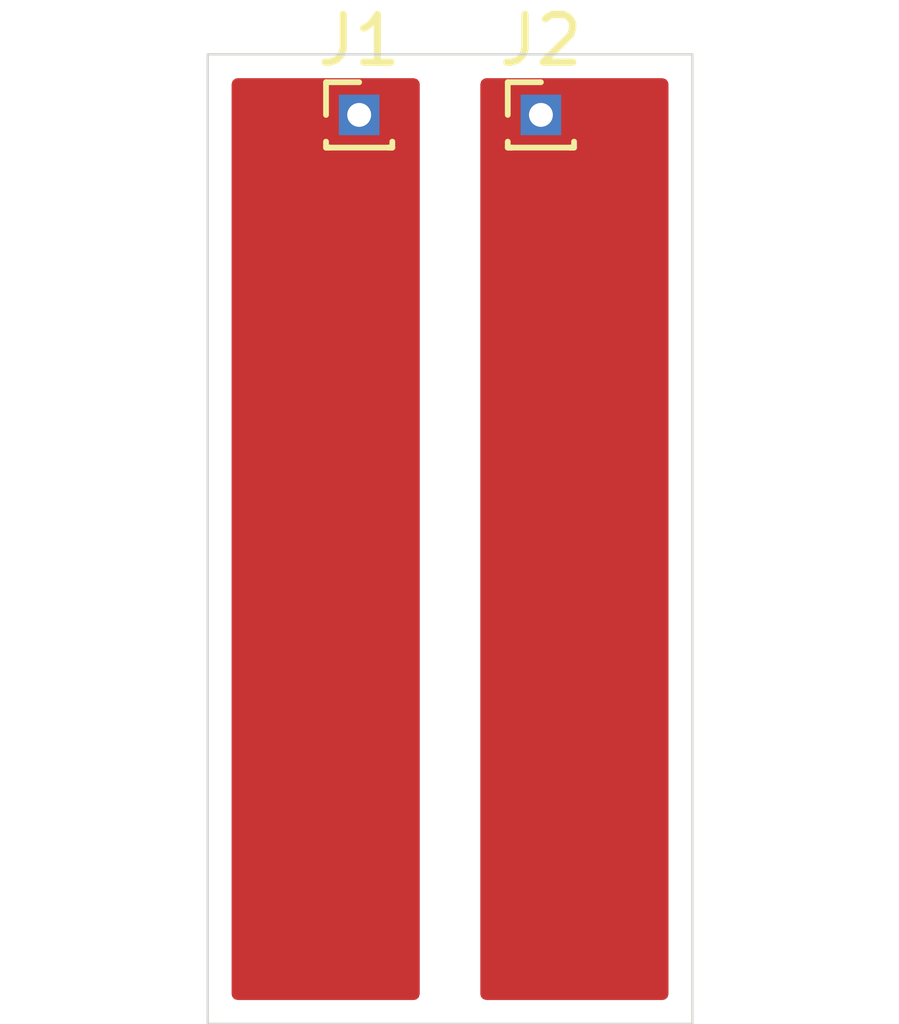
<source format=kicad_pcb>
(kicad_pcb (version 20240108) (generator "pcbnew") (generator_version "8.0")
  (layers (0 "F.Cu" signal) (31 "B.Cu" signal) (34 "B.Paste" user) (35 "F.Paste" user) (36 "B.SilkS" user "B.Silkscreen") (37 "F.SilkS" user "F.Silkscreen") (38 "B.Mask" user) (39 "F.Mask" user) (44 "Edge.Cuts" user))
  (net 0 "")
  (net 1 "/Sense")
  (net 2 "/Gnd")
  (footprint "Connector_PinHeader_1.00mm:PinHeader_1x01_P1.00mm_Vertical" (layer "F.Cu") (at 86.995 57.15)
    (property "Reference" "J2" (at 0 -1.56 0) (layer "F.SilkS"))
    (property "Value" "Conn_01x01_Socket")
    (fp_line (start -0.695 -0.685) (end 0 -0.685) (stroke (width 0.12)) (layer "F.SilkS"))
    (fp_line (start -0.695 0) (end -0.695 -0.685) (stroke (width 0.12)) (layer "F.SilkS"))
    (fp_line (start -0.695 0.685) (end -0.695 0.56) (stroke (width 0.12)) (layer "F.SilkS"))
    (fp_line (start -0.695 0.685) (end -0.608276 0.685) (stroke (width 0.12)) (layer "F.SilkS"))
    (fp_line (start -0.695 0.685) (end 0.695 0.685) (stroke (width 0.12)) (layer "F.SilkS"))
    (fp_line (start 0.608276 0.685) (end 0.695 0.685) (stroke (width 0.12)) (layer "F.SilkS"))
    (fp_line (start 0.695 0.685) (end 0.695 0.56) (stroke (width 0.12)) (layer "F.SilkS"))
    (pad "1" thru_hole rect (at 0 0) (size 0.85 0.85) (drill 0.5) (layers "*.Cu" "*.Mask") (net 2 "/Gnd"))
  )
  (footprint "Connector_PinHeader_1.00mm:PinHeader_1x01_P1.00mm_Vertical" (layer "F.Cu") (at 83.185 57.15)
    (property "Reference" "J1" (at 0 -1.56 0) (layer "F.SilkS"))
    (property "Value" "Conn_01x01_Socket")
    (fp_line (start -0.695 -0.685) (end 0 -0.685) (stroke (width 0.12)) (layer "F.SilkS"))
    (fp_line (start -0.695 0) (end -0.695 -0.685) (stroke (width 0.12)) (layer "F.SilkS"))
    (fp_line (start -0.695 0.685) (end -0.695 0.56) (stroke (width 0.12)) (layer "F.SilkS"))
    (fp_line (start -0.695 0.685) (end -0.608276 0.685) (stroke (width 0.12)) (layer "F.SilkS"))
    (fp_line (start -0.695 0.685) (end 0.695 0.685) (stroke (width 0.12)) (layer "F.SilkS"))
    (fp_line (start 0.608276 0.685) (end 0.695 0.685) (stroke (width 0.12)) (layer "F.SilkS"))
    (fp_line (start 0.695 0.685) (end 0.695 0.56) (stroke (width 0.12)) (layer "F.SilkS"))
    (pad "1" thru_hole rect (at 0 0) (size 0.85 0.85) (drill 0.5) (layers "*.Cu" "*.Mask") (net 1 "/Sense"))
  )
  (gr_rect (start 80.01 55.88) (end 90.17 76.2) (stroke (width 0.05)) (fill none) (layer "Edge.Cuts"))
  (zone (net 1) (net_name "/Sense") (layer "F.Cu") (connect_pads yes (clearance 0.5)) (min_thickness 0.25) (fill yes (thermal_gap 0.5) (thermal_bridge_width 0.5) (island_removal_mode 1) (island_area_min 10))
    (polygon (pts (xy 80.01 55.88) (xy 84.455 55.88) (xy 84.455 76.2) (xy 80.01 76.2)))
  )
  (zone (net 2) (net_name "/Gnd") (layer "F.Cu") (connect_pads yes (clearance 0.5)) (min_thickness 0.25) (fill yes (thermal_gap 0.5) (thermal_bridge_width 0.5) (island_removal_mode 1) (island_area_min 10))
    (polygon (pts (xy 85.725 55.88) (xy 90.17 55.88) (xy 90.17 76.2) (xy 85.725 76.2)))
  )
)
</source>
